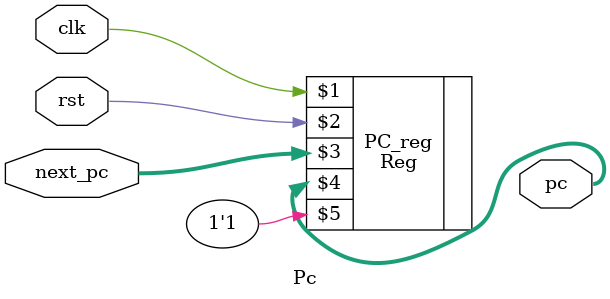
<source format=v>
module Pc (
    input clk,
    input rst,
    input [31:0] next_pc,
    output [31:0] pc
);
    Reg #(32,32'h80000000) PC_reg(clk,rst,next_pc[31:0],pc[31:0],1'b1);
endmodule

</source>
